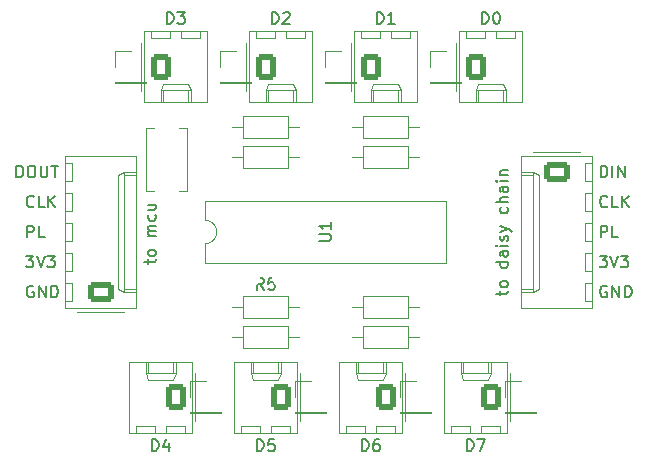
<source format=gto>
G04 #@! TF.GenerationSoftware,KiCad,Pcbnew,7.0.1*
G04 #@! TF.CreationDate,2023-07-05T13:56:38-05:00*
G04 #@! TF.ProjectId,shift in breakout board,73686966-7420-4696-9e20-627265616b6f,rev?*
G04 #@! TF.SameCoordinates,Original*
G04 #@! TF.FileFunction,Legend,Top*
G04 #@! TF.FilePolarity,Positive*
%FSLAX46Y46*%
G04 Gerber Fmt 4.6, Leading zero omitted, Abs format (unit mm)*
G04 Created by KiCad (PCBNEW 7.0.1) date 2023-07-05 13:56:38*
%MOMM*%
%LPD*%
G01*
G04 APERTURE LIST*
G04 Aperture macros list*
%AMRoundRect*
0 Rectangle with rounded corners*
0 $1 Rounding radius*
0 $2 $3 $4 $5 $6 $7 $8 $9 X,Y pos of 4 corners*
0 Add a 4 corners polygon primitive as box body*
4,1,4,$2,$3,$4,$5,$6,$7,$8,$9,$2,$3,0*
0 Add four circle primitives for the rounded corners*
1,1,$1+$1,$2,$3*
1,1,$1+$1,$4,$5*
1,1,$1+$1,$6,$7*
1,1,$1+$1,$8,$9*
0 Add four rect primitives between the rounded corners*
20,1,$1+$1,$2,$3,$4,$5,0*
20,1,$1+$1,$4,$5,$6,$7,0*
20,1,$1+$1,$6,$7,$8,$9,0*
20,1,$1+$1,$8,$9,$2,$3,0*%
G04 Aperture macros list end*
%ADD10C,0.150000*%
%ADD11C,0.120000*%
%ADD12R,1.700000X1.700000*%
%ADD13RoundRect,0.250000X0.620000X0.845000X-0.620000X0.845000X-0.620000X-0.845000X0.620000X-0.845000X0*%
%ADD14O,1.740000X2.190000*%
%ADD15C,1.400000*%
%ADD16O,1.400000X1.400000*%
%ADD17RoundRect,0.250000X-0.620000X-0.845000X0.620000X-0.845000X0.620000X0.845000X-0.620000X0.845000X0*%
%ADD18C,3.200000*%
%ADD19RoundRect,0.250000X-0.845000X0.620000X-0.845000X-0.620000X0.845000X-0.620000X0.845000X0.620000X0*%
%ADD20O,2.190000X1.740000*%
%ADD21RoundRect,0.250000X0.845000X-0.620000X0.845000X0.620000X-0.845000X0.620000X-0.845000X-0.620000X0*%
%ADD22C,1.600000*%
%ADD23R,1.600000X1.600000*%
%ADD24O,1.600000X1.600000*%
G04 APERTURE END LIST*
D10*
X153708857Y-74392619D02*
X154327904Y-74392619D01*
X154327904Y-74392619D02*
X153994571Y-74773571D01*
X153994571Y-74773571D02*
X154137428Y-74773571D01*
X154137428Y-74773571D02*
X154232666Y-74821190D01*
X154232666Y-74821190D02*
X154280285Y-74868809D01*
X154280285Y-74868809D02*
X154327904Y-74964047D01*
X154327904Y-74964047D02*
X154327904Y-75202142D01*
X154327904Y-75202142D02*
X154280285Y-75297380D01*
X154280285Y-75297380D02*
X154232666Y-75345000D01*
X154232666Y-75345000D02*
X154137428Y-75392619D01*
X154137428Y-75392619D02*
X153851714Y-75392619D01*
X153851714Y-75392619D02*
X153756476Y-75345000D01*
X153756476Y-75345000D02*
X153708857Y-75297380D01*
X154613619Y-74392619D02*
X154946952Y-75392619D01*
X154946952Y-75392619D02*
X155280285Y-74392619D01*
X155518381Y-74392619D02*
X156137428Y-74392619D01*
X156137428Y-74392619D02*
X155804095Y-74773571D01*
X155804095Y-74773571D02*
X155946952Y-74773571D01*
X155946952Y-74773571D02*
X156042190Y-74821190D01*
X156042190Y-74821190D02*
X156089809Y-74868809D01*
X156089809Y-74868809D02*
X156137428Y-74964047D01*
X156137428Y-74964047D02*
X156137428Y-75202142D01*
X156137428Y-75202142D02*
X156089809Y-75297380D01*
X156089809Y-75297380D02*
X156042190Y-75345000D01*
X156042190Y-75345000D02*
X155946952Y-75392619D01*
X155946952Y-75392619D02*
X155661238Y-75392619D01*
X155661238Y-75392619D02*
X155566000Y-75345000D01*
X155566000Y-75345000D02*
X155518381Y-75297380D01*
X193851952Y-77747142D02*
X193851952Y-77366190D01*
X193518619Y-77604285D02*
X194375761Y-77604285D01*
X194375761Y-77604285D02*
X194471000Y-77556666D01*
X194471000Y-77556666D02*
X194518619Y-77461428D01*
X194518619Y-77461428D02*
X194518619Y-77366190D01*
X194518619Y-76889999D02*
X194471000Y-76985237D01*
X194471000Y-76985237D02*
X194423380Y-77032856D01*
X194423380Y-77032856D02*
X194328142Y-77080475D01*
X194328142Y-77080475D02*
X194042428Y-77080475D01*
X194042428Y-77080475D02*
X193947190Y-77032856D01*
X193947190Y-77032856D02*
X193899571Y-76985237D01*
X193899571Y-76985237D02*
X193851952Y-76889999D01*
X193851952Y-76889999D02*
X193851952Y-76747142D01*
X193851952Y-76747142D02*
X193899571Y-76651904D01*
X193899571Y-76651904D02*
X193947190Y-76604285D01*
X193947190Y-76604285D02*
X194042428Y-76556666D01*
X194042428Y-76556666D02*
X194328142Y-76556666D01*
X194328142Y-76556666D02*
X194423380Y-76604285D01*
X194423380Y-76604285D02*
X194471000Y-76651904D01*
X194471000Y-76651904D02*
X194518619Y-76747142D01*
X194518619Y-76747142D02*
X194518619Y-76889999D01*
X194518619Y-74937618D02*
X193518619Y-74937618D01*
X194471000Y-74937618D02*
X194518619Y-75032856D01*
X194518619Y-75032856D02*
X194518619Y-75223332D01*
X194518619Y-75223332D02*
X194471000Y-75318570D01*
X194471000Y-75318570D02*
X194423380Y-75366189D01*
X194423380Y-75366189D02*
X194328142Y-75413808D01*
X194328142Y-75413808D02*
X194042428Y-75413808D01*
X194042428Y-75413808D02*
X193947190Y-75366189D01*
X193947190Y-75366189D02*
X193899571Y-75318570D01*
X193899571Y-75318570D02*
X193851952Y-75223332D01*
X193851952Y-75223332D02*
X193851952Y-75032856D01*
X193851952Y-75032856D02*
X193899571Y-74937618D01*
X194518619Y-74032856D02*
X193994809Y-74032856D01*
X193994809Y-74032856D02*
X193899571Y-74080475D01*
X193899571Y-74080475D02*
X193851952Y-74175713D01*
X193851952Y-74175713D02*
X193851952Y-74366189D01*
X193851952Y-74366189D02*
X193899571Y-74461427D01*
X194471000Y-74032856D02*
X194518619Y-74128094D01*
X194518619Y-74128094D02*
X194518619Y-74366189D01*
X194518619Y-74366189D02*
X194471000Y-74461427D01*
X194471000Y-74461427D02*
X194375761Y-74509046D01*
X194375761Y-74509046D02*
X194280523Y-74509046D01*
X194280523Y-74509046D02*
X194185285Y-74461427D01*
X194185285Y-74461427D02*
X194137666Y-74366189D01*
X194137666Y-74366189D02*
X194137666Y-74128094D01*
X194137666Y-74128094D02*
X194090047Y-74032856D01*
X194518619Y-73556665D02*
X193851952Y-73556665D01*
X193518619Y-73556665D02*
X193566238Y-73604284D01*
X193566238Y-73604284D02*
X193613857Y-73556665D01*
X193613857Y-73556665D02*
X193566238Y-73509046D01*
X193566238Y-73509046D02*
X193518619Y-73556665D01*
X193518619Y-73556665D02*
X193613857Y-73556665D01*
X194471000Y-73128094D02*
X194518619Y-73032856D01*
X194518619Y-73032856D02*
X194518619Y-72842380D01*
X194518619Y-72842380D02*
X194471000Y-72747142D01*
X194471000Y-72747142D02*
X194375761Y-72699523D01*
X194375761Y-72699523D02*
X194328142Y-72699523D01*
X194328142Y-72699523D02*
X194232904Y-72747142D01*
X194232904Y-72747142D02*
X194185285Y-72842380D01*
X194185285Y-72842380D02*
X194185285Y-72985237D01*
X194185285Y-72985237D02*
X194137666Y-73080475D01*
X194137666Y-73080475D02*
X194042428Y-73128094D01*
X194042428Y-73128094D02*
X193994809Y-73128094D01*
X193994809Y-73128094D02*
X193899571Y-73080475D01*
X193899571Y-73080475D02*
X193851952Y-72985237D01*
X193851952Y-72985237D02*
X193851952Y-72842380D01*
X193851952Y-72842380D02*
X193899571Y-72747142D01*
X193851952Y-72366189D02*
X194518619Y-72128094D01*
X193851952Y-71889999D02*
X194518619Y-72128094D01*
X194518619Y-72128094D02*
X194756714Y-72223332D01*
X194756714Y-72223332D02*
X194804333Y-72270951D01*
X194804333Y-72270951D02*
X194851952Y-72366189D01*
X194471000Y-70318570D02*
X194518619Y-70413808D01*
X194518619Y-70413808D02*
X194518619Y-70604284D01*
X194518619Y-70604284D02*
X194471000Y-70699522D01*
X194471000Y-70699522D02*
X194423380Y-70747141D01*
X194423380Y-70747141D02*
X194328142Y-70794760D01*
X194328142Y-70794760D02*
X194042428Y-70794760D01*
X194042428Y-70794760D02*
X193947190Y-70747141D01*
X193947190Y-70747141D02*
X193899571Y-70699522D01*
X193899571Y-70699522D02*
X193851952Y-70604284D01*
X193851952Y-70604284D02*
X193851952Y-70413808D01*
X193851952Y-70413808D02*
X193899571Y-70318570D01*
X194518619Y-69889998D02*
X193518619Y-69889998D01*
X194518619Y-69461427D02*
X193994809Y-69461427D01*
X193994809Y-69461427D02*
X193899571Y-69509046D01*
X193899571Y-69509046D02*
X193851952Y-69604284D01*
X193851952Y-69604284D02*
X193851952Y-69747141D01*
X193851952Y-69747141D02*
X193899571Y-69842379D01*
X193899571Y-69842379D02*
X193947190Y-69889998D01*
X194518619Y-68556665D02*
X193994809Y-68556665D01*
X193994809Y-68556665D02*
X193899571Y-68604284D01*
X193899571Y-68604284D02*
X193851952Y-68699522D01*
X193851952Y-68699522D02*
X193851952Y-68889998D01*
X193851952Y-68889998D02*
X193899571Y-68985236D01*
X194471000Y-68556665D02*
X194518619Y-68651903D01*
X194518619Y-68651903D02*
X194518619Y-68889998D01*
X194518619Y-68889998D02*
X194471000Y-68985236D01*
X194471000Y-68985236D02*
X194375761Y-69032855D01*
X194375761Y-69032855D02*
X194280523Y-69032855D01*
X194280523Y-69032855D02*
X194185285Y-68985236D01*
X194185285Y-68985236D02*
X194137666Y-68889998D01*
X194137666Y-68889998D02*
X194137666Y-68651903D01*
X194137666Y-68651903D02*
X194090047Y-68556665D01*
X194518619Y-68080474D02*
X193851952Y-68080474D01*
X193518619Y-68080474D02*
X193566238Y-68128093D01*
X193566238Y-68128093D02*
X193613857Y-68080474D01*
X193613857Y-68080474D02*
X193566238Y-68032855D01*
X193566238Y-68032855D02*
X193518619Y-68080474D01*
X193518619Y-68080474D02*
X193613857Y-68080474D01*
X193851952Y-67604284D02*
X194518619Y-67604284D01*
X193947190Y-67604284D02*
X193899571Y-67556665D01*
X193899571Y-67556665D02*
X193851952Y-67461427D01*
X193851952Y-67461427D02*
X193851952Y-67318570D01*
X193851952Y-67318570D02*
X193899571Y-67223332D01*
X193899571Y-67223332D02*
X193994809Y-67175713D01*
X193994809Y-67175713D02*
X194518619Y-67175713D01*
X153804095Y-72852619D02*
X153804095Y-71852619D01*
X153804095Y-71852619D02*
X154185047Y-71852619D01*
X154185047Y-71852619D02*
X154280285Y-71900238D01*
X154280285Y-71900238D02*
X154327904Y-71947857D01*
X154327904Y-71947857D02*
X154375523Y-72043095D01*
X154375523Y-72043095D02*
X154375523Y-72185952D01*
X154375523Y-72185952D02*
X154327904Y-72281190D01*
X154327904Y-72281190D02*
X154280285Y-72328809D01*
X154280285Y-72328809D02*
X154185047Y-72376428D01*
X154185047Y-72376428D02*
X153804095Y-72376428D01*
X155280285Y-72852619D02*
X154804095Y-72852619D01*
X154804095Y-72852619D02*
X154804095Y-71852619D01*
X164056952Y-75088761D02*
X164056952Y-74707809D01*
X163723619Y-74945904D02*
X164580761Y-74945904D01*
X164580761Y-74945904D02*
X164676000Y-74898285D01*
X164676000Y-74898285D02*
X164723619Y-74803047D01*
X164723619Y-74803047D02*
X164723619Y-74707809D01*
X164723619Y-74231618D02*
X164676000Y-74326856D01*
X164676000Y-74326856D02*
X164628380Y-74374475D01*
X164628380Y-74374475D02*
X164533142Y-74422094D01*
X164533142Y-74422094D02*
X164247428Y-74422094D01*
X164247428Y-74422094D02*
X164152190Y-74374475D01*
X164152190Y-74374475D02*
X164104571Y-74326856D01*
X164104571Y-74326856D02*
X164056952Y-74231618D01*
X164056952Y-74231618D02*
X164056952Y-74088761D01*
X164056952Y-74088761D02*
X164104571Y-73993523D01*
X164104571Y-73993523D02*
X164152190Y-73945904D01*
X164152190Y-73945904D02*
X164247428Y-73898285D01*
X164247428Y-73898285D02*
X164533142Y-73898285D01*
X164533142Y-73898285D02*
X164628380Y-73945904D01*
X164628380Y-73945904D02*
X164676000Y-73993523D01*
X164676000Y-73993523D02*
X164723619Y-74088761D01*
X164723619Y-74088761D02*
X164723619Y-74231618D01*
X164723619Y-72707808D02*
X164056952Y-72707808D01*
X164152190Y-72707808D02*
X164104571Y-72660189D01*
X164104571Y-72660189D02*
X164056952Y-72564951D01*
X164056952Y-72564951D02*
X164056952Y-72422094D01*
X164056952Y-72422094D02*
X164104571Y-72326856D01*
X164104571Y-72326856D02*
X164199809Y-72279237D01*
X164199809Y-72279237D02*
X164723619Y-72279237D01*
X164199809Y-72279237D02*
X164104571Y-72231618D01*
X164104571Y-72231618D02*
X164056952Y-72136380D01*
X164056952Y-72136380D02*
X164056952Y-71993523D01*
X164056952Y-71993523D02*
X164104571Y-71898284D01*
X164104571Y-71898284D02*
X164199809Y-71850665D01*
X164199809Y-71850665D02*
X164723619Y-71850665D01*
X164676000Y-70945904D02*
X164723619Y-71041142D01*
X164723619Y-71041142D02*
X164723619Y-71231618D01*
X164723619Y-71231618D02*
X164676000Y-71326856D01*
X164676000Y-71326856D02*
X164628380Y-71374475D01*
X164628380Y-71374475D02*
X164533142Y-71422094D01*
X164533142Y-71422094D02*
X164247428Y-71422094D01*
X164247428Y-71422094D02*
X164152190Y-71374475D01*
X164152190Y-71374475D02*
X164104571Y-71326856D01*
X164104571Y-71326856D02*
X164056952Y-71231618D01*
X164056952Y-71231618D02*
X164056952Y-71041142D01*
X164056952Y-71041142D02*
X164104571Y-70945904D01*
X164056952Y-70088761D02*
X164723619Y-70088761D01*
X164056952Y-70517332D02*
X164580761Y-70517332D01*
X164580761Y-70517332D02*
X164676000Y-70469713D01*
X164676000Y-70469713D02*
X164723619Y-70374475D01*
X164723619Y-70374475D02*
X164723619Y-70231618D01*
X164723619Y-70231618D02*
X164676000Y-70136380D01*
X164676000Y-70136380D02*
X164628380Y-70088761D01*
X202937523Y-70217380D02*
X202889904Y-70265000D01*
X202889904Y-70265000D02*
X202747047Y-70312619D01*
X202747047Y-70312619D02*
X202651809Y-70312619D01*
X202651809Y-70312619D02*
X202508952Y-70265000D01*
X202508952Y-70265000D02*
X202413714Y-70169761D01*
X202413714Y-70169761D02*
X202366095Y-70074523D01*
X202366095Y-70074523D02*
X202318476Y-69884047D01*
X202318476Y-69884047D02*
X202318476Y-69741190D01*
X202318476Y-69741190D02*
X202366095Y-69550714D01*
X202366095Y-69550714D02*
X202413714Y-69455476D01*
X202413714Y-69455476D02*
X202508952Y-69360238D01*
X202508952Y-69360238D02*
X202651809Y-69312619D01*
X202651809Y-69312619D02*
X202747047Y-69312619D01*
X202747047Y-69312619D02*
X202889904Y-69360238D01*
X202889904Y-69360238D02*
X202937523Y-69407857D01*
X203842285Y-70312619D02*
X203366095Y-70312619D01*
X203366095Y-70312619D02*
X203366095Y-69312619D01*
X204175619Y-70312619D02*
X204175619Y-69312619D01*
X204747047Y-70312619D02*
X204318476Y-69741190D01*
X204747047Y-69312619D02*
X204175619Y-69884047D01*
X202889904Y-76980238D02*
X202794666Y-76932619D01*
X202794666Y-76932619D02*
X202651809Y-76932619D01*
X202651809Y-76932619D02*
X202508952Y-76980238D01*
X202508952Y-76980238D02*
X202413714Y-77075476D01*
X202413714Y-77075476D02*
X202366095Y-77170714D01*
X202366095Y-77170714D02*
X202318476Y-77361190D01*
X202318476Y-77361190D02*
X202318476Y-77504047D01*
X202318476Y-77504047D02*
X202366095Y-77694523D01*
X202366095Y-77694523D02*
X202413714Y-77789761D01*
X202413714Y-77789761D02*
X202508952Y-77885000D01*
X202508952Y-77885000D02*
X202651809Y-77932619D01*
X202651809Y-77932619D02*
X202747047Y-77932619D01*
X202747047Y-77932619D02*
X202889904Y-77885000D01*
X202889904Y-77885000D02*
X202937523Y-77837380D01*
X202937523Y-77837380D02*
X202937523Y-77504047D01*
X202937523Y-77504047D02*
X202747047Y-77504047D01*
X203366095Y-77932619D02*
X203366095Y-76932619D01*
X203366095Y-76932619D02*
X203937523Y-77932619D01*
X203937523Y-77932619D02*
X203937523Y-76932619D01*
X204413714Y-77932619D02*
X204413714Y-76932619D01*
X204413714Y-76932619D02*
X204651809Y-76932619D01*
X204651809Y-76932619D02*
X204794666Y-76980238D01*
X204794666Y-76980238D02*
X204889904Y-77075476D01*
X204889904Y-77075476D02*
X204937523Y-77170714D01*
X204937523Y-77170714D02*
X204985142Y-77361190D01*
X204985142Y-77361190D02*
X204985142Y-77504047D01*
X204985142Y-77504047D02*
X204937523Y-77694523D01*
X204937523Y-77694523D02*
X204889904Y-77789761D01*
X204889904Y-77789761D02*
X204794666Y-77885000D01*
X204794666Y-77885000D02*
X204651809Y-77932619D01*
X204651809Y-77932619D02*
X204413714Y-77932619D01*
X202366095Y-67772619D02*
X202366095Y-66772619D01*
X202366095Y-66772619D02*
X202604190Y-66772619D01*
X202604190Y-66772619D02*
X202747047Y-66820238D01*
X202747047Y-66820238D02*
X202842285Y-66915476D01*
X202842285Y-66915476D02*
X202889904Y-67010714D01*
X202889904Y-67010714D02*
X202937523Y-67201190D01*
X202937523Y-67201190D02*
X202937523Y-67344047D01*
X202937523Y-67344047D02*
X202889904Y-67534523D01*
X202889904Y-67534523D02*
X202842285Y-67629761D01*
X202842285Y-67629761D02*
X202747047Y-67725000D01*
X202747047Y-67725000D02*
X202604190Y-67772619D01*
X202604190Y-67772619D02*
X202366095Y-67772619D01*
X203366095Y-67772619D02*
X203366095Y-66772619D01*
X203842285Y-67772619D02*
X203842285Y-66772619D01*
X203842285Y-66772619D02*
X204413713Y-67772619D01*
X204413713Y-67772619D02*
X204413713Y-66772619D01*
X154327904Y-76980238D02*
X154232666Y-76932619D01*
X154232666Y-76932619D02*
X154089809Y-76932619D01*
X154089809Y-76932619D02*
X153946952Y-76980238D01*
X153946952Y-76980238D02*
X153851714Y-77075476D01*
X153851714Y-77075476D02*
X153804095Y-77170714D01*
X153804095Y-77170714D02*
X153756476Y-77361190D01*
X153756476Y-77361190D02*
X153756476Y-77504047D01*
X153756476Y-77504047D02*
X153804095Y-77694523D01*
X153804095Y-77694523D02*
X153851714Y-77789761D01*
X153851714Y-77789761D02*
X153946952Y-77885000D01*
X153946952Y-77885000D02*
X154089809Y-77932619D01*
X154089809Y-77932619D02*
X154185047Y-77932619D01*
X154185047Y-77932619D02*
X154327904Y-77885000D01*
X154327904Y-77885000D02*
X154375523Y-77837380D01*
X154375523Y-77837380D02*
X154375523Y-77504047D01*
X154375523Y-77504047D02*
X154185047Y-77504047D01*
X154804095Y-77932619D02*
X154804095Y-76932619D01*
X154804095Y-76932619D02*
X155375523Y-77932619D01*
X155375523Y-77932619D02*
X155375523Y-76932619D01*
X155851714Y-77932619D02*
X155851714Y-76932619D01*
X155851714Y-76932619D02*
X156089809Y-76932619D01*
X156089809Y-76932619D02*
X156232666Y-76980238D01*
X156232666Y-76980238D02*
X156327904Y-77075476D01*
X156327904Y-77075476D02*
X156375523Y-77170714D01*
X156375523Y-77170714D02*
X156423142Y-77361190D01*
X156423142Y-77361190D02*
X156423142Y-77504047D01*
X156423142Y-77504047D02*
X156375523Y-77694523D01*
X156375523Y-77694523D02*
X156327904Y-77789761D01*
X156327904Y-77789761D02*
X156232666Y-77885000D01*
X156232666Y-77885000D02*
X156089809Y-77932619D01*
X156089809Y-77932619D02*
X155851714Y-77932619D01*
X202366095Y-72852619D02*
X202366095Y-71852619D01*
X202366095Y-71852619D02*
X202747047Y-71852619D01*
X202747047Y-71852619D02*
X202842285Y-71900238D01*
X202842285Y-71900238D02*
X202889904Y-71947857D01*
X202889904Y-71947857D02*
X202937523Y-72043095D01*
X202937523Y-72043095D02*
X202937523Y-72185952D01*
X202937523Y-72185952D02*
X202889904Y-72281190D01*
X202889904Y-72281190D02*
X202842285Y-72328809D01*
X202842285Y-72328809D02*
X202747047Y-72376428D01*
X202747047Y-72376428D02*
X202366095Y-72376428D01*
X203842285Y-72852619D02*
X203366095Y-72852619D01*
X203366095Y-72852619D02*
X203366095Y-71852619D01*
X202270857Y-74392619D02*
X202889904Y-74392619D01*
X202889904Y-74392619D02*
X202556571Y-74773571D01*
X202556571Y-74773571D02*
X202699428Y-74773571D01*
X202699428Y-74773571D02*
X202794666Y-74821190D01*
X202794666Y-74821190D02*
X202842285Y-74868809D01*
X202842285Y-74868809D02*
X202889904Y-74964047D01*
X202889904Y-74964047D02*
X202889904Y-75202142D01*
X202889904Y-75202142D02*
X202842285Y-75297380D01*
X202842285Y-75297380D02*
X202794666Y-75345000D01*
X202794666Y-75345000D02*
X202699428Y-75392619D01*
X202699428Y-75392619D02*
X202413714Y-75392619D01*
X202413714Y-75392619D02*
X202318476Y-75345000D01*
X202318476Y-75345000D02*
X202270857Y-75297380D01*
X203175619Y-74392619D02*
X203508952Y-75392619D01*
X203508952Y-75392619D02*
X203842285Y-74392619D01*
X204080381Y-74392619D02*
X204699428Y-74392619D01*
X204699428Y-74392619D02*
X204366095Y-74773571D01*
X204366095Y-74773571D02*
X204508952Y-74773571D01*
X204508952Y-74773571D02*
X204604190Y-74821190D01*
X204604190Y-74821190D02*
X204651809Y-74868809D01*
X204651809Y-74868809D02*
X204699428Y-74964047D01*
X204699428Y-74964047D02*
X204699428Y-75202142D01*
X204699428Y-75202142D02*
X204651809Y-75297380D01*
X204651809Y-75297380D02*
X204604190Y-75345000D01*
X204604190Y-75345000D02*
X204508952Y-75392619D01*
X204508952Y-75392619D02*
X204223238Y-75392619D01*
X204223238Y-75392619D02*
X204128000Y-75345000D01*
X204128000Y-75345000D02*
X204080381Y-75297380D01*
X154375523Y-70217380D02*
X154327904Y-70265000D01*
X154327904Y-70265000D02*
X154185047Y-70312619D01*
X154185047Y-70312619D02*
X154089809Y-70312619D01*
X154089809Y-70312619D02*
X153946952Y-70265000D01*
X153946952Y-70265000D02*
X153851714Y-70169761D01*
X153851714Y-70169761D02*
X153804095Y-70074523D01*
X153804095Y-70074523D02*
X153756476Y-69884047D01*
X153756476Y-69884047D02*
X153756476Y-69741190D01*
X153756476Y-69741190D02*
X153804095Y-69550714D01*
X153804095Y-69550714D02*
X153851714Y-69455476D01*
X153851714Y-69455476D02*
X153946952Y-69360238D01*
X153946952Y-69360238D02*
X154089809Y-69312619D01*
X154089809Y-69312619D02*
X154185047Y-69312619D01*
X154185047Y-69312619D02*
X154327904Y-69360238D01*
X154327904Y-69360238D02*
X154375523Y-69407857D01*
X155280285Y-70312619D02*
X154804095Y-70312619D01*
X154804095Y-70312619D02*
X154804095Y-69312619D01*
X155613619Y-70312619D02*
X155613619Y-69312619D01*
X156185047Y-70312619D02*
X155756476Y-69741190D01*
X156185047Y-69312619D02*
X155613619Y-69884047D01*
X152892095Y-67772619D02*
X152892095Y-66772619D01*
X152892095Y-66772619D02*
X153130190Y-66772619D01*
X153130190Y-66772619D02*
X153273047Y-66820238D01*
X153273047Y-66820238D02*
X153368285Y-66915476D01*
X153368285Y-66915476D02*
X153415904Y-67010714D01*
X153415904Y-67010714D02*
X153463523Y-67201190D01*
X153463523Y-67201190D02*
X153463523Y-67344047D01*
X153463523Y-67344047D02*
X153415904Y-67534523D01*
X153415904Y-67534523D02*
X153368285Y-67629761D01*
X153368285Y-67629761D02*
X153273047Y-67725000D01*
X153273047Y-67725000D02*
X153130190Y-67772619D01*
X153130190Y-67772619D02*
X152892095Y-67772619D01*
X154082571Y-66772619D02*
X154273047Y-66772619D01*
X154273047Y-66772619D02*
X154368285Y-66820238D01*
X154368285Y-66820238D02*
X154463523Y-66915476D01*
X154463523Y-66915476D02*
X154511142Y-67105952D01*
X154511142Y-67105952D02*
X154511142Y-67439285D01*
X154511142Y-67439285D02*
X154463523Y-67629761D01*
X154463523Y-67629761D02*
X154368285Y-67725000D01*
X154368285Y-67725000D02*
X154273047Y-67772619D01*
X154273047Y-67772619D02*
X154082571Y-67772619D01*
X154082571Y-67772619D02*
X153987333Y-67725000D01*
X153987333Y-67725000D02*
X153892095Y-67629761D01*
X153892095Y-67629761D02*
X153844476Y-67439285D01*
X153844476Y-67439285D02*
X153844476Y-67105952D01*
X153844476Y-67105952D02*
X153892095Y-66915476D01*
X153892095Y-66915476D02*
X153987333Y-66820238D01*
X153987333Y-66820238D02*
X154082571Y-66772619D01*
X154939714Y-66772619D02*
X154939714Y-67582142D01*
X154939714Y-67582142D02*
X154987333Y-67677380D01*
X154987333Y-67677380D02*
X155034952Y-67725000D01*
X155034952Y-67725000D02*
X155130190Y-67772619D01*
X155130190Y-67772619D02*
X155320666Y-67772619D01*
X155320666Y-67772619D02*
X155415904Y-67725000D01*
X155415904Y-67725000D02*
X155463523Y-67677380D01*
X155463523Y-67677380D02*
X155511142Y-67582142D01*
X155511142Y-67582142D02*
X155511142Y-66772619D01*
X155844476Y-66772619D02*
X156415904Y-66772619D01*
X156130190Y-67772619D02*
X156130190Y-66772619D01*
X164361905Y-90942619D02*
X164361905Y-89942619D01*
X164361905Y-89942619D02*
X164600000Y-89942619D01*
X164600000Y-89942619D02*
X164742857Y-89990238D01*
X164742857Y-89990238D02*
X164838095Y-90085476D01*
X164838095Y-90085476D02*
X164885714Y-90180714D01*
X164885714Y-90180714D02*
X164933333Y-90371190D01*
X164933333Y-90371190D02*
X164933333Y-90514047D01*
X164933333Y-90514047D02*
X164885714Y-90704523D01*
X164885714Y-90704523D02*
X164838095Y-90799761D01*
X164838095Y-90799761D02*
X164742857Y-90895000D01*
X164742857Y-90895000D02*
X164600000Y-90942619D01*
X164600000Y-90942619D02*
X164361905Y-90942619D01*
X165790476Y-90275952D02*
X165790476Y-90942619D01*
X165552381Y-89895000D02*
X165314286Y-90609285D01*
X165314286Y-90609285D02*
X165933333Y-90609285D01*
X173823333Y-77282619D02*
X173490000Y-76806428D01*
X173251905Y-77282619D02*
X173251905Y-76282619D01*
X173251905Y-76282619D02*
X173632857Y-76282619D01*
X173632857Y-76282619D02*
X173728095Y-76330238D01*
X173728095Y-76330238D02*
X173775714Y-76377857D01*
X173775714Y-76377857D02*
X173823333Y-76473095D01*
X173823333Y-76473095D02*
X173823333Y-76615952D01*
X173823333Y-76615952D02*
X173775714Y-76711190D01*
X173775714Y-76711190D02*
X173728095Y-76758809D01*
X173728095Y-76758809D02*
X173632857Y-76806428D01*
X173632857Y-76806428D02*
X173251905Y-76806428D01*
X174728095Y-76282619D02*
X174251905Y-76282619D01*
X174251905Y-76282619D02*
X174204286Y-76758809D01*
X174204286Y-76758809D02*
X174251905Y-76711190D01*
X174251905Y-76711190D02*
X174347143Y-76663571D01*
X174347143Y-76663571D02*
X174585238Y-76663571D01*
X174585238Y-76663571D02*
X174680476Y-76711190D01*
X174680476Y-76711190D02*
X174728095Y-76758809D01*
X174728095Y-76758809D02*
X174775714Y-76854047D01*
X174775714Y-76854047D02*
X174775714Y-77092142D01*
X174775714Y-77092142D02*
X174728095Y-77187380D01*
X174728095Y-77187380D02*
X174680476Y-77235000D01*
X174680476Y-77235000D02*
X174585238Y-77282619D01*
X174585238Y-77282619D02*
X174347143Y-77282619D01*
X174347143Y-77282619D02*
X174251905Y-77235000D01*
X174251905Y-77235000D02*
X174204286Y-77187380D01*
X183411905Y-54762619D02*
X183411905Y-53762619D01*
X183411905Y-53762619D02*
X183650000Y-53762619D01*
X183650000Y-53762619D02*
X183792857Y-53810238D01*
X183792857Y-53810238D02*
X183888095Y-53905476D01*
X183888095Y-53905476D02*
X183935714Y-54000714D01*
X183935714Y-54000714D02*
X183983333Y-54191190D01*
X183983333Y-54191190D02*
X183983333Y-54334047D01*
X183983333Y-54334047D02*
X183935714Y-54524523D01*
X183935714Y-54524523D02*
X183888095Y-54619761D01*
X183888095Y-54619761D02*
X183792857Y-54715000D01*
X183792857Y-54715000D02*
X183650000Y-54762619D01*
X183650000Y-54762619D02*
X183411905Y-54762619D01*
X184935714Y-54762619D02*
X184364286Y-54762619D01*
X184650000Y-54762619D02*
X184650000Y-53762619D01*
X184650000Y-53762619D02*
X184554762Y-53905476D01*
X184554762Y-53905476D02*
X184459524Y-54000714D01*
X184459524Y-54000714D02*
X184364286Y-54048333D01*
X191031905Y-90942619D02*
X191031905Y-89942619D01*
X191031905Y-89942619D02*
X191270000Y-89942619D01*
X191270000Y-89942619D02*
X191412857Y-89990238D01*
X191412857Y-89990238D02*
X191508095Y-90085476D01*
X191508095Y-90085476D02*
X191555714Y-90180714D01*
X191555714Y-90180714D02*
X191603333Y-90371190D01*
X191603333Y-90371190D02*
X191603333Y-90514047D01*
X191603333Y-90514047D02*
X191555714Y-90704523D01*
X191555714Y-90704523D02*
X191508095Y-90799761D01*
X191508095Y-90799761D02*
X191412857Y-90895000D01*
X191412857Y-90895000D02*
X191270000Y-90942619D01*
X191270000Y-90942619D02*
X191031905Y-90942619D01*
X191936667Y-89942619D02*
X192603333Y-89942619D01*
X192603333Y-89942619D02*
X192174762Y-90942619D01*
X165631905Y-54762619D02*
X165631905Y-53762619D01*
X165631905Y-53762619D02*
X165870000Y-53762619D01*
X165870000Y-53762619D02*
X166012857Y-53810238D01*
X166012857Y-53810238D02*
X166108095Y-53905476D01*
X166108095Y-53905476D02*
X166155714Y-54000714D01*
X166155714Y-54000714D02*
X166203333Y-54191190D01*
X166203333Y-54191190D02*
X166203333Y-54334047D01*
X166203333Y-54334047D02*
X166155714Y-54524523D01*
X166155714Y-54524523D02*
X166108095Y-54619761D01*
X166108095Y-54619761D02*
X166012857Y-54715000D01*
X166012857Y-54715000D02*
X165870000Y-54762619D01*
X165870000Y-54762619D02*
X165631905Y-54762619D01*
X166536667Y-53762619D02*
X167155714Y-53762619D01*
X167155714Y-53762619D02*
X166822381Y-54143571D01*
X166822381Y-54143571D02*
X166965238Y-54143571D01*
X166965238Y-54143571D02*
X167060476Y-54191190D01*
X167060476Y-54191190D02*
X167108095Y-54238809D01*
X167108095Y-54238809D02*
X167155714Y-54334047D01*
X167155714Y-54334047D02*
X167155714Y-54572142D01*
X167155714Y-54572142D02*
X167108095Y-54667380D01*
X167108095Y-54667380D02*
X167060476Y-54715000D01*
X167060476Y-54715000D02*
X166965238Y-54762619D01*
X166965238Y-54762619D02*
X166679524Y-54762619D01*
X166679524Y-54762619D02*
X166584286Y-54715000D01*
X166584286Y-54715000D02*
X166536667Y-54667380D01*
X173251905Y-90942619D02*
X173251905Y-89942619D01*
X173251905Y-89942619D02*
X173490000Y-89942619D01*
X173490000Y-89942619D02*
X173632857Y-89990238D01*
X173632857Y-89990238D02*
X173728095Y-90085476D01*
X173728095Y-90085476D02*
X173775714Y-90180714D01*
X173775714Y-90180714D02*
X173823333Y-90371190D01*
X173823333Y-90371190D02*
X173823333Y-90514047D01*
X173823333Y-90514047D02*
X173775714Y-90704523D01*
X173775714Y-90704523D02*
X173728095Y-90799761D01*
X173728095Y-90799761D02*
X173632857Y-90895000D01*
X173632857Y-90895000D02*
X173490000Y-90942619D01*
X173490000Y-90942619D02*
X173251905Y-90942619D01*
X174728095Y-89942619D02*
X174251905Y-89942619D01*
X174251905Y-89942619D02*
X174204286Y-90418809D01*
X174204286Y-90418809D02*
X174251905Y-90371190D01*
X174251905Y-90371190D02*
X174347143Y-90323571D01*
X174347143Y-90323571D02*
X174585238Y-90323571D01*
X174585238Y-90323571D02*
X174680476Y-90371190D01*
X174680476Y-90371190D02*
X174728095Y-90418809D01*
X174728095Y-90418809D02*
X174775714Y-90514047D01*
X174775714Y-90514047D02*
X174775714Y-90752142D01*
X174775714Y-90752142D02*
X174728095Y-90847380D01*
X174728095Y-90847380D02*
X174680476Y-90895000D01*
X174680476Y-90895000D02*
X174585238Y-90942619D01*
X174585238Y-90942619D02*
X174347143Y-90942619D01*
X174347143Y-90942619D02*
X174251905Y-90895000D01*
X174251905Y-90895000D02*
X174204286Y-90847380D01*
X182141905Y-90942619D02*
X182141905Y-89942619D01*
X182141905Y-89942619D02*
X182380000Y-89942619D01*
X182380000Y-89942619D02*
X182522857Y-89990238D01*
X182522857Y-89990238D02*
X182618095Y-90085476D01*
X182618095Y-90085476D02*
X182665714Y-90180714D01*
X182665714Y-90180714D02*
X182713333Y-90371190D01*
X182713333Y-90371190D02*
X182713333Y-90514047D01*
X182713333Y-90514047D02*
X182665714Y-90704523D01*
X182665714Y-90704523D02*
X182618095Y-90799761D01*
X182618095Y-90799761D02*
X182522857Y-90895000D01*
X182522857Y-90895000D02*
X182380000Y-90942619D01*
X182380000Y-90942619D02*
X182141905Y-90942619D01*
X183570476Y-89942619D02*
X183380000Y-89942619D01*
X183380000Y-89942619D02*
X183284762Y-89990238D01*
X183284762Y-89990238D02*
X183237143Y-90037857D01*
X183237143Y-90037857D02*
X183141905Y-90180714D01*
X183141905Y-90180714D02*
X183094286Y-90371190D01*
X183094286Y-90371190D02*
X183094286Y-90752142D01*
X183094286Y-90752142D02*
X183141905Y-90847380D01*
X183141905Y-90847380D02*
X183189524Y-90895000D01*
X183189524Y-90895000D02*
X183284762Y-90942619D01*
X183284762Y-90942619D02*
X183475238Y-90942619D01*
X183475238Y-90942619D02*
X183570476Y-90895000D01*
X183570476Y-90895000D02*
X183618095Y-90847380D01*
X183618095Y-90847380D02*
X183665714Y-90752142D01*
X183665714Y-90752142D02*
X183665714Y-90514047D01*
X183665714Y-90514047D02*
X183618095Y-90418809D01*
X183618095Y-90418809D02*
X183570476Y-90371190D01*
X183570476Y-90371190D02*
X183475238Y-90323571D01*
X183475238Y-90323571D02*
X183284762Y-90323571D01*
X183284762Y-90323571D02*
X183189524Y-90371190D01*
X183189524Y-90371190D02*
X183141905Y-90418809D01*
X183141905Y-90418809D02*
X183094286Y-90514047D01*
X174521905Y-54762619D02*
X174521905Y-53762619D01*
X174521905Y-53762619D02*
X174760000Y-53762619D01*
X174760000Y-53762619D02*
X174902857Y-53810238D01*
X174902857Y-53810238D02*
X174998095Y-53905476D01*
X174998095Y-53905476D02*
X175045714Y-54000714D01*
X175045714Y-54000714D02*
X175093333Y-54191190D01*
X175093333Y-54191190D02*
X175093333Y-54334047D01*
X175093333Y-54334047D02*
X175045714Y-54524523D01*
X175045714Y-54524523D02*
X174998095Y-54619761D01*
X174998095Y-54619761D02*
X174902857Y-54715000D01*
X174902857Y-54715000D02*
X174760000Y-54762619D01*
X174760000Y-54762619D02*
X174521905Y-54762619D01*
X175474286Y-53857857D02*
X175521905Y-53810238D01*
X175521905Y-53810238D02*
X175617143Y-53762619D01*
X175617143Y-53762619D02*
X175855238Y-53762619D01*
X175855238Y-53762619D02*
X175950476Y-53810238D01*
X175950476Y-53810238D02*
X175998095Y-53857857D01*
X175998095Y-53857857D02*
X176045714Y-53953095D01*
X176045714Y-53953095D02*
X176045714Y-54048333D01*
X176045714Y-54048333D02*
X175998095Y-54191190D01*
X175998095Y-54191190D02*
X175426667Y-54762619D01*
X175426667Y-54762619D02*
X176045714Y-54762619D01*
X192301905Y-54762619D02*
X192301905Y-53762619D01*
X192301905Y-53762619D02*
X192540000Y-53762619D01*
X192540000Y-53762619D02*
X192682857Y-53810238D01*
X192682857Y-53810238D02*
X192778095Y-53905476D01*
X192778095Y-53905476D02*
X192825714Y-54000714D01*
X192825714Y-54000714D02*
X192873333Y-54191190D01*
X192873333Y-54191190D02*
X192873333Y-54334047D01*
X192873333Y-54334047D02*
X192825714Y-54524523D01*
X192825714Y-54524523D02*
X192778095Y-54619761D01*
X192778095Y-54619761D02*
X192682857Y-54715000D01*
X192682857Y-54715000D02*
X192540000Y-54762619D01*
X192540000Y-54762619D02*
X192301905Y-54762619D01*
X193492381Y-53762619D02*
X193587619Y-53762619D01*
X193587619Y-53762619D02*
X193682857Y-53810238D01*
X193682857Y-53810238D02*
X193730476Y-53857857D01*
X193730476Y-53857857D02*
X193778095Y-53953095D01*
X193778095Y-53953095D02*
X193825714Y-54143571D01*
X193825714Y-54143571D02*
X193825714Y-54381666D01*
X193825714Y-54381666D02*
X193778095Y-54572142D01*
X193778095Y-54572142D02*
X193730476Y-54667380D01*
X193730476Y-54667380D02*
X193682857Y-54715000D01*
X193682857Y-54715000D02*
X193587619Y-54762619D01*
X193587619Y-54762619D02*
X193492381Y-54762619D01*
X193492381Y-54762619D02*
X193397143Y-54715000D01*
X193397143Y-54715000D02*
X193349524Y-54667380D01*
X193349524Y-54667380D02*
X193301905Y-54572142D01*
X193301905Y-54572142D02*
X193254286Y-54381666D01*
X193254286Y-54381666D02*
X193254286Y-54143571D01*
X193254286Y-54143571D02*
X193301905Y-53953095D01*
X193301905Y-53953095D02*
X193349524Y-53857857D01*
X193349524Y-53857857D02*
X193397143Y-53810238D01*
X193397143Y-53810238D02*
X193492381Y-53762619D01*
X178532619Y-73151904D02*
X179342142Y-73151904D01*
X179342142Y-73151904D02*
X179437380Y-73104285D01*
X179437380Y-73104285D02*
X179485000Y-73056666D01*
X179485000Y-73056666D02*
X179532619Y-72961428D01*
X179532619Y-72961428D02*
X179532619Y-72770952D01*
X179532619Y-72770952D02*
X179485000Y-72675714D01*
X179485000Y-72675714D02*
X179437380Y-72628095D01*
X179437380Y-72628095D02*
X179342142Y-72580476D01*
X179342142Y-72580476D02*
X178532619Y-72580476D01*
X179532619Y-71580476D02*
X179532619Y-72151904D01*
X179532619Y-71866190D02*
X178532619Y-71866190D01*
X178532619Y-71866190D02*
X178675476Y-71961428D01*
X178675476Y-71961428D02*
X178770714Y-72056666D01*
X178770714Y-72056666D02*
X178818333Y-72151904D01*
D11*
X194250000Y-85030000D02*
X195580000Y-85030000D01*
X194250000Y-86360000D02*
X194250000Y-85030000D01*
X194250000Y-87630000D02*
X194250000Y-87690000D01*
X194250000Y-87630000D02*
X196910000Y-87630000D01*
X194250000Y-87690000D02*
X196910000Y-87690000D01*
X196910000Y-87630000D02*
X196910000Y-87690000D01*
X168040000Y-88360000D02*
X168040000Y-84360000D01*
X167750000Y-89390000D02*
X167750000Y-83370000D01*
X167750000Y-83370000D02*
X162450000Y-83370000D01*
X167170000Y-89390000D02*
X167170000Y-88790000D01*
X167170000Y-88790000D02*
X165570000Y-88790000D01*
X166370000Y-84370000D02*
X166120000Y-84900000D01*
X166370000Y-84370000D02*
X163830000Y-84370000D01*
X166370000Y-83370000D02*
X166370000Y-84370000D01*
X166120000Y-84900000D02*
X164080000Y-84900000D01*
X166120000Y-83370000D02*
X166120000Y-84370000D01*
X165570000Y-88790000D02*
X165570000Y-89390000D01*
X164630000Y-89390000D02*
X164630000Y-88790000D01*
X164630000Y-88790000D02*
X163030000Y-88790000D01*
X164080000Y-84900000D02*
X163830000Y-84370000D01*
X164080000Y-83370000D02*
X164080000Y-84370000D01*
X163830000Y-84370000D02*
X163830000Y-83370000D01*
X163030000Y-88790000D02*
X163030000Y-89390000D01*
X162450000Y-89390000D02*
X167750000Y-89390000D01*
X162450000Y-83370000D02*
X162450000Y-89390000D01*
X171120000Y-63500000D02*
X172070000Y-63500000D01*
X172070000Y-62580000D02*
X172070000Y-64420000D01*
X172070000Y-64420000D02*
X175910000Y-64420000D01*
X175910000Y-62580000D02*
X172070000Y-62580000D01*
X175910000Y-64420000D02*
X175910000Y-62580000D01*
X176860000Y-63500000D02*
X175910000Y-63500000D01*
X171120000Y-78740000D02*
X172070000Y-78740000D01*
X172070000Y-77820000D02*
X172070000Y-79660000D01*
X172070000Y-79660000D02*
X175910000Y-79660000D01*
X175910000Y-77820000D02*
X172070000Y-77820000D01*
X175910000Y-79660000D02*
X175910000Y-77820000D01*
X176860000Y-78740000D02*
X175910000Y-78740000D01*
X181210000Y-56420000D02*
X181210000Y-60420000D01*
X181500000Y-55390000D02*
X181500000Y-61410000D01*
X181500000Y-61410000D02*
X186800000Y-61410000D01*
X182080000Y-55390000D02*
X182080000Y-55990000D01*
X182080000Y-55990000D02*
X183680000Y-55990000D01*
X182880000Y-60410000D02*
X183130000Y-59880000D01*
X182880000Y-60410000D02*
X185420000Y-60410000D01*
X182880000Y-61410000D02*
X182880000Y-60410000D01*
X183130000Y-59880000D02*
X185170000Y-59880000D01*
X183130000Y-61410000D02*
X183130000Y-60410000D01*
X183680000Y-55990000D02*
X183680000Y-55390000D01*
X184620000Y-55390000D02*
X184620000Y-55990000D01*
X184620000Y-55990000D02*
X186220000Y-55990000D01*
X185170000Y-59880000D02*
X185420000Y-60410000D01*
X185170000Y-61410000D02*
X185170000Y-60410000D01*
X185420000Y-60410000D02*
X185420000Y-61410000D01*
X186220000Y-55990000D02*
X186220000Y-55390000D01*
X186800000Y-55390000D02*
X181500000Y-55390000D01*
X186800000Y-61410000D02*
X186800000Y-55390000D01*
X171120000Y-81280000D02*
X172070000Y-81280000D01*
X172070000Y-80360000D02*
X172070000Y-82200000D01*
X172070000Y-82200000D02*
X175910000Y-82200000D01*
X175910000Y-80360000D02*
X172070000Y-80360000D01*
X175910000Y-82200000D02*
X175910000Y-80360000D01*
X176860000Y-81280000D02*
X175910000Y-81280000D01*
X194710000Y-88360000D02*
X194710000Y-84360000D01*
X194420000Y-89390000D02*
X194420000Y-83370000D01*
X194420000Y-83370000D02*
X189120000Y-83370000D01*
X193840000Y-89390000D02*
X193840000Y-88790000D01*
X193840000Y-88790000D02*
X192240000Y-88790000D01*
X193040000Y-84370000D02*
X192790000Y-84900000D01*
X193040000Y-84370000D02*
X190500000Y-84370000D01*
X193040000Y-83370000D02*
X193040000Y-84370000D01*
X192790000Y-84900000D02*
X190750000Y-84900000D01*
X192790000Y-83370000D02*
X192790000Y-84370000D01*
X192240000Y-88790000D02*
X192240000Y-89390000D01*
X191300000Y-89390000D02*
X191300000Y-88790000D01*
X191300000Y-88790000D02*
X189700000Y-88790000D01*
X190750000Y-84900000D02*
X190500000Y-84370000D01*
X190750000Y-83370000D02*
X190750000Y-84370000D01*
X190500000Y-84370000D02*
X190500000Y-83370000D01*
X189700000Y-88790000D02*
X189700000Y-89390000D01*
X189120000Y-89390000D02*
X194420000Y-89390000D01*
X189120000Y-83370000D02*
X189120000Y-89390000D01*
X167580000Y-85030000D02*
X168910000Y-85030000D01*
X167580000Y-86360000D02*
X167580000Y-85030000D01*
X167580000Y-87630000D02*
X167580000Y-87690000D01*
X167580000Y-87630000D02*
X170240000Y-87630000D01*
X167580000Y-87690000D02*
X170240000Y-87690000D01*
X170240000Y-87630000D02*
X170240000Y-87690000D01*
X163430000Y-56420000D02*
X163430000Y-60420000D01*
X163720000Y-55390000D02*
X163720000Y-61410000D01*
X163720000Y-61410000D02*
X169020000Y-61410000D01*
X164300000Y-55390000D02*
X164300000Y-55990000D01*
X164300000Y-55990000D02*
X165900000Y-55990000D01*
X165100000Y-60410000D02*
X165350000Y-59880000D01*
X165100000Y-60410000D02*
X167640000Y-60410000D01*
X165100000Y-61410000D02*
X165100000Y-60410000D01*
X165350000Y-59880000D02*
X167390000Y-59880000D01*
X165350000Y-61410000D02*
X165350000Y-60410000D01*
X165900000Y-55990000D02*
X165900000Y-55390000D01*
X166840000Y-55390000D02*
X166840000Y-55990000D01*
X166840000Y-55990000D02*
X168440000Y-55990000D01*
X167390000Y-59880000D02*
X167640000Y-60410000D01*
X167390000Y-61410000D02*
X167390000Y-60410000D01*
X167640000Y-60410000D02*
X167640000Y-61410000D01*
X168440000Y-55990000D02*
X168440000Y-55390000D01*
X169020000Y-55390000D02*
X163720000Y-55390000D01*
X169020000Y-61410000D02*
X169020000Y-55390000D01*
X176930000Y-88360000D02*
X176930000Y-84360000D01*
X176640000Y-89390000D02*
X176640000Y-83370000D01*
X176640000Y-83370000D02*
X171340000Y-83370000D01*
X176060000Y-89390000D02*
X176060000Y-88790000D01*
X176060000Y-88790000D02*
X174460000Y-88790000D01*
X175260000Y-84370000D02*
X175010000Y-84900000D01*
X175260000Y-84370000D02*
X172720000Y-84370000D01*
X175260000Y-83370000D02*
X175260000Y-84370000D01*
X175010000Y-84900000D02*
X172970000Y-84900000D01*
X175010000Y-83370000D02*
X175010000Y-84370000D01*
X174460000Y-88790000D02*
X174460000Y-89390000D01*
X173520000Y-89390000D02*
X173520000Y-88790000D01*
X173520000Y-88790000D02*
X171920000Y-88790000D01*
X172970000Y-84900000D02*
X172720000Y-84370000D01*
X172970000Y-83370000D02*
X172970000Y-84370000D01*
X172720000Y-84370000D02*
X172720000Y-83370000D01*
X171920000Y-88790000D02*
X171920000Y-89390000D01*
X171340000Y-89390000D02*
X176640000Y-89390000D01*
X171340000Y-83370000D02*
X171340000Y-89390000D01*
X187020000Y-81280000D02*
X186070000Y-81280000D01*
X186070000Y-82200000D02*
X186070000Y-80360000D01*
X186070000Y-80360000D02*
X182230000Y-80360000D01*
X182230000Y-82200000D02*
X186070000Y-82200000D01*
X182230000Y-80360000D02*
X182230000Y-82200000D01*
X181280000Y-81280000D02*
X182230000Y-81280000D01*
X170120000Y-57090000D02*
X171450000Y-57090000D01*
X170120000Y-58420000D02*
X170120000Y-57090000D01*
X170120000Y-59690000D02*
X170120000Y-59750000D01*
X170120000Y-59690000D02*
X172780000Y-59690000D01*
X170120000Y-59750000D02*
X172780000Y-59750000D01*
X172780000Y-59690000D02*
X172780000Y-59750000D01*
X185820000Y-88360000D02*
X185820000Y-84360000D01*
X185530000Y-89390000D02*
X185530000Y-83370000D01*
X185530000Y-83370000D02*
X180230000Y-83370000D01*
X184950000Y-89390000D02*
X184950000Y-88790000D01*
X184950000Y-88790000D02*
X183350000Y-88790000D01*
X184150000Y-84370000D02*
X183900000Y-84900000D01*
X184150000Y-84370000D02*
X181610000Y-84370000D01*
X184150000Y-83370000D02*
X184150000Y-84370000D01*
X183900000Y-84900000D02*
X181860000Y-84900000D01*
X183900000Y-83370000D02*
X183900000Y-84370000D01*
X183350000Y-88790000D02*
X183350000Y-89390000D01*
X182410000Y-89390000D02*
X182410000Y-88790000D01*
X182410000Y-88790000D02*
X180810000Y-88790000D01*
X181860000Y-84900000D02*
X181610000Y-84370000D01*
X181860000Y-83370000D02*
X181860000Y-84370000D01*
X181610000Y-84370000D02*
X181610000Y-83370000D01*
X180810000Y-88790000D02*
X180810000Y-89390000D01*
X180230000Y-89390000D02*
X185530000Y-89390000D01*
X180230000Y-83370000D02*
X180230000Y-89390000D01*
X176470000Y-85030000D02*
X177800000Y-85030000D01*
X176470000Y-86360000D02*
X176470000Y-85030000D01*
X176470000Y-87630000D02*
X176470000Y-87690000D01*
X176470000Y-87630000D02*
X179130000Y-87630000D01*
X176470000Y-87690000D02*
X179130000Y-87690000D01*
X179130000Y-87630000D02*
X179130000Y-87690000D01*
X171120000Y-66040000D02*
X172070000Y-66040000D01*
X172070000Y-65120000D02*
X172070000Y-66960000D01*
X172070000Y-66960000D02*
X175910000Y-66960000D01*
X175910000Y-65120000D02*
X172070000Y-65120000D01*
X175910000Y-66960000D02*
X175910000Y-65120000D01*
X176860000Y-66040000D02*
X175910000Y-66040000D01*
X185360000Y-85030000D02*
X186690000Y-85030000D01*
X185360000Y-86360000D02*
X185360000Y-85030000D01*
X185360000Y-87630000D02*
X185360000Y-87690000D01*
X185360000Y-87630000D02*
X188020000Y-87630000D01*
X185360000Y-87690000D02*
X188020000Y-87690000D01*
X188020000Y-87630000D02*
X188020000Y-87690000D01*
X187020000Y-63500000D02*
X186070000Y-63500000D01*
X186070000Y-64420000D02*
X186070000Y-62580000D01*
X186070000Y-62580000D02*
X182230000Y-62580000D01*
X182230000Y-64420000D02*
X186070000Y-64420000D01*
X182230000Y-62580000D02*
X182230000Y-64420000D01*
X181280000Y-63500000D02*
X182230000Y-63500000D01*
X200628000Y-65640000D02*
X196628000Y-65640000D01*
X201658000Y-65930000D02*
X195638000Y-65930000D01*
X195638000Y-65930000D02*
X195638000Y-78850000D01*
X201658000Y-66510000D02*
X201058000Y-66510000D01*
X201058000Y-66510000D02*
X201058000Y-68110000D01*
X196638000Y-67310000D02*
X197168000Y-67560000D01*
X196638000Y-67310000D02*
X196638000Y-77470000D01*
X195638000Y-67310000D02*
X196638000Y-67310000D01*
X197168000Y-67560000D02*
X197168000Y-77220000D01*
X195638000Y-67560000D02*
X196638000Y-67560000D01*
X201058000Y-68110000D02*
X201658000Y-68110000D01*
X201658000Y-69050000D02*
X201058000Y-69050000D01*
X201058000Y-69050000D02*
X201058000Y-70650000D01*
X201058000Y-70650000D02*
X201658000Y-70650000D01*
X201658000Y-71590000D02*
X201058000Y-71590000D01*
X201058000Y-71590000D02*
X201058000Y-73190000D01*
X201058000Y-73190000D02*
X201658000Y-73190000D01*
X201658000Y-74130000D02*
X201058000Y-74130000D01*
X201058000Y-74130000D02*
X201058000Y-75730000D01*
X201058000Y-75730000D02*
X201658000Y-75730000D01*
X201658000Y-76670000D02*
X201058000Y-76670000D01*
X201058000Y-76670000D02*
X201058000Y-78270000D01*
X197168000Y-77220000D02*
X196638000Y-77470000D01*
X195638000Y-77220000D02*
X196638000Y-77220000D01*
X196638000Y-77470000D02*
X195638000Y-77470000D01*
X201058000Y-78270000D02*
X201658000Y-78270000D01*
X201658000Y-78850000D02*
X201658000Y-65930000D01*
X195638000Y-78850000D02*
X201658000Y-78850000D01*
X187900000Y-57090000D02*
X189230000Y-57090000D01*
X187900000Y-58420000D02*
X187900000Y-57090000D01*
X187900000Y-59690000D02*
X187900000Y-59750000D01*
X187900000Y-59690000D02*
X190560000Y-59690000D01*
X187900000Y-59750000D02*
X190560000Y-59750000D01*
X190560000Y-59690000D02*
X190560000Y-59750000D01*
X161230000Y-57090000D02*
X162560000Y-57090000D01*
X161230000Y-58420000D02*
X161230000Y-57090000D01*
X161230000Y-59690000D02*
X161230000Y-59750000D01*
X161230000Y-59690000D02*
X163890000Y-59690000D01*
X161230000Y-59750000D02*
X163890000Y-59750000D01*
X163890000Y-59690000D02*
X163890000Y-59750000D01*
X172320000Y-56420000D02*
X172320000Y-60420000D01*
X172610000Y-55390000D02*
X172610000Y-61410000D01*
X172610000Y-61410000D02*
X177910000Y-61410000D01*
X173190000Y-55390000D02*
X173190000Y-55990000D01*
X173190000Y-55990000D02*
X174790000Y-55990000D01*
X173990000Y-60410000D02*
X174240000Y-59880000D01*
X173990000Y-60410000D02*
X176530000Y-60410000D01*
X173990000Y-61410000D02*
X173990000Y-60410000D01*
X174240000Y-59880000D02*
X176280000Y-59880000D01*
X174240000Y-61410000D02*
X174240000Y-60410000D01*
X174790000Y-55990000D02*
X174790000Y-55390000D01*
X175730000Y-55390000D02*
X175730000Y-55990000D01*
X175730000Y-55990000D02*
X177330000Y-55990000D01*
X176280000Y-59880000D02*
X176530000Y-60410000D01*
X176280000Y-61410000D02*
X176280000Y-60410000D01*
X176530000Y-60410000D02*
X176530000Y-61410000D01*
X177330000Y-55990000D02*
X177330000Y-55390000D01*
X177910000Y-55390000D02*
X172610000Y-55390000D01*
X177910000Y-61410000D02*
X177910000Y-55390000D01*
X187020000Y-78740000D02*
X186070000Y-78740000D01*
X186070000Y-79660000D02*
X186070000Y-77820000D01*
X186070000Y-77820000D02*
X182230000Y-77820000D01*
X182230000Y-79660000D02*
X186070000Y-79660000D01*
X182230000Y-77820000D02*
X182230000Y-79660000D01*
X181280000Y-78740000D02*
X182230000Y-78740000D01*
X158020000Y-79140000D02*
X162020000Y-79140000D01*
X156990000Y-78850000D02*
X163010000Y-78850000D01*
X163010000Y-78850000D02*
X163010000Y-65930000D01*
X156990000Y-78270000D02*
X157590000Y-78270000D01*
X157590000Y-78270000D02*
X157590000Y-76670000D01*
X162010000Y-77470000D02*
X161480000Y-77220000D01*
X162010000Y-77470000D02*
X162010000Y-67310000D01*
X163010000Y-77470000D02*
X162010000Y-77470000D01*
X161480000Y-77220000D02*
X161480000Y-67560000D01*
X163010000Y-77220000D02*
X162010000Y-77220000D01*
X157590000Y-76670000D02*
X156990000Y-76670000D01*
X156990000Y-75730000D02*
X157590000Y-75730000D01*
X157590000Y-75730000D02*
X157590000Y-74130000D01*
X157590000Y-74130000D02*
X156990000Y-74130000D01*
X156990000Y-73190000D02*
X157590000Y-73190000D01*
X157590000Y-73190000D02*
X157590000Y-71590000D01*
X157590000Y-71590000D02*
X156990000Y-71590000D01*
X156990000Y-70650000D02*
X157590000Y-70650000D01*
X157590000Y-70650000D02*
X157590000Y-69050000D01*
X157590000Y-69050000D02*
X156990000Y-69050000D01*
X156990000Y-68110000D02*
X157590000Y-68110000D01*
X157590000Y-68110000D02*
X157590000Y-66510000D01*
X161480000Y-67560000D02*
X162010000Y-67310000D01*
X163010000Y-67560000D02*
X162010000Y-67560000D01*
X162010000Y-67310000D02*
X163010000Y-67310000D01*
X157590000Y-66510000D02*
X156990000Y-66510000D01*
X156990000Y-65930000D02*
X156990000Y-78850000D01*
X163010000Y-65930000D02*
X156990000Y-65930000D01*
X187020000Y-66040000D02*
X186070000Y-66040000D01*
X186070000Y-66960000D02*
X186070000Y-65120000D01*
X186070000Y-65120000D02*
X182230000Y-65120000D01*
X182230000Y-66960000D02*
X186070000Y-66960000D01*
X182230000Y-65120000D02*
X182230000Y-66960000D01*
X181280000Y-66040000D02*
X182230000Y-66040000D01*
X163887000Y-68924000D02*
X164553000Y-68924000D01*
X163887000Y-68924000D02*
X163887000Y-63584000D01*
X166663000Y-68924000D02*
X167329000Y-68924000D01*
X167329000Y-68924000D02*
X167329000Y-63584000D01*
X163887000Y-63584000D02*
X164553000Y-63584000D01*
X166663000Y-63584000D02*
X167329000Y-63584000D01*
X179010000Y-57090000D02*
X180340000Y-57090000D01*
X179010000Y-58420000D02*
X179010000Y-57090000D01*
X179010000Y-59690000D02*
X179010000Y-59750000D01*
X179010000Y-59690000D02*
X181670000Y-59690000D01*
X179010000Y-59750000D02*
X181670000Y-59750000D01*
X181670000Y-59690000D02*
X181670000Y-59750000D01*
X190100000Y-56420000D02*
X190100000Y-60420000D01*
X190390000Y-55390000D02*
X190390000Y-61410000D01*
X190390000Y-61410000D02*
X195690000Y-61410000D01*
X190970000Y-55390000D02*
X190970000Y-55990000D01*
X190970000Y-55990000D02*
X192570000Y-55990000D01*
X191770000Y-60410000D02*
X192020000Y-59880000D01*
X191770000Y-60410000D02*
X194310000Y-60410000D01*
X191770000Y-61410000D02*
X191770000Y-60410000D01*
X192020000Y-59880000D02*
X194060000Y-59880000D01*
X192020000Y-61410000D02*
X192020000Y-60410000D01*
X192570000Y-55990000D02*
X192570000Y-55390000D01*
X193510000Y-55390000D02*
X193510000Y-55990000D01*
X193510000Y-55990000D02*
X195110000Y-55990000D01*
X194060000Y-59880000D02*
X194310000Y-60410000D01*
X194060000Y-61410000D02*
X194060000Y-60410000D01*
X194310000Y-60410000D02*
X194310000Y-61410000D01*
X195110000Y-55990000D02*
X195110000Y-55390000D01*
X195690000Y-55390000D02*
X190390000Y-55390000D01*
X195690000Y-61410000D02*
X195690000Y-55390000D01*
X168850000Y-75040000D02*
X189290000Y-75040000D01*
X189290000Y-75040000D02*
X189290000Y-69740000D01*
X168850000Y-73390000D02*
X168850000Y-75040000D01*
X168850000Y-69740000D02*
X168850000Y-71390000D01*
X189290000Y-69740000D02*
X168850000Y-69740000D01*
X168850000Y-73390000D02*
G75*
G03*
X168850000Y-71390000I0J1000000D01*
G01*
%LPC*%
D12*
X195580000Y-86360000D03*
D13*
X166370000Y-86360000D03*
D14*
X163830000Y-86360000D03*
D15*
X170180000Y-63500000D03*
D16*
X177800000Y-63500000D03*
D15*
X170180000Y-78740000D03*
D16*
X177800000Y-78740000D03*
D17*
X182880000Y-58420000D03*
D14*
X185420000Y-58420000D03*
D15*
X170180000Y-81280000D03*
D16*
X177800000Y-81280000D03*
D13*
X193040000Y-86360000D03*
D14*
X190500000Y-86360000D03*
D18*
X157422000Y-57376000D03*
D12*
X168910000Y-86360000D03*
D17*
X165100000Y-58420000D03*
D14*
X167640000Y-58420000D03*
D13*
X175260000Y-86360000D03*
D14*
X172720000Y-86360000D03*
D15*
X187960000Y-81280000D03*
D16*
X180340000Y-81280000D03*
D12*
X171450000Y-58420000D03*
D13*
X184150000Y-86360000D03*
D14*
X181610000Y-86360000D03*
D12*
X177800000Y-86360000D03*
D15*
X170180000Y-66040000D03*
D16*
X177800000Y-66040000D03*
D12*
X186690000Y-86360000D03*
D15*
X187960000Y-63500000D03*
D16*
X180340000Y-63500000D03*
D19*
X198628000Y-67310000D03*
D20*
X198628000Y-69850000D03*
X198628000Y-72390000D03*
X198628000Y-74930000D03*
X198628000Y-77470000D03*
D12*
X189230000Y-58420000D03*
X162560000Y-58420000D03*
D17*
X173990000Y-58420000D03*
D14*
X176530000Y-58420000D03*
D18*
X201422000Y-87376000D03*
D15*
X187960000Y-78740000D03*
D16*
X180340000Y-78740000D03*
D21*
X160020000Y-77470000D03*
D20*
X160020000Y-74930000D03*
X160020000Y-72390000D03*
X160020000Y-69850000D03*
X160020000Y-67310000D03*
D15*
X187960000Y-66040000D03*
D16*
X180340000Y-66040000D03*
D18*
X201422000Y-57376000D03*
D22*
X165608000Y-68754000D03*
X165608000Y-63754000D03*
D12*
X180340000Y-58420000D03*
D17*
X191770000Y-58420000D03*
D14*
X194310000Y-58420000D03*
D23*
X170180000Y-76200000D03*
D24*
X172720000Y-76200000D03*
X175260000Y-76200000D03*
X177800000Y-76200000D03*
X180340000Y-76200000D03*
X182880000Y-76200000D03*
X185420000Y-76200000D03*
X187960000Y-76200000D03*
X187960000Y-68580000D03*
X185420000Y-68580000D03*
X182880000Y-68580000D03*
X180340000Y-68580000D03*
X177800000Y-68580000D03*
X175260000Y-68580000D03*
X172720000Y-68580000D03*
X170180000Y-68580000D03*
D18*
X157422000Y-87376000D03*
M02*

</source>
